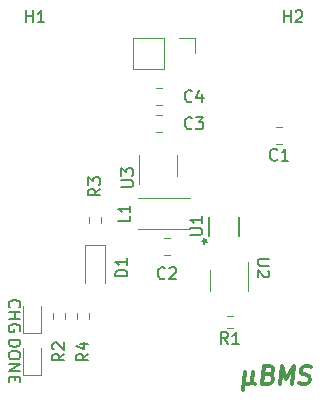
<source format=gbr>
%TF.GenerationSoftware,KiCad,Pcbnew,(5.1.9)-1*%
%TF.CreationDate,2021-06-15T19:58:51-04:00*%
%TF.ProjectId,uBMS,75424d53-2e6b-4696-9361-645f70636258,rev?*%
%TF.SameCoordinates,Original*%
%TF.FileFunction,Legend,Top*%
%TF.FilePolarity,Positive*%
%FSLAX46Y46*%
G04 Gerber Fmt 4.6, Leading zero omitted, Abs format (unit mm)*
G04 Created by KiCad (PCBNEW (5.1.9)-1) date 2021-06-15 19:58:51*
%MOMM*%
%LPD*%
G01*
G04 APERTURE LIST*
%ADD10C,0.300000*%
%ADD11C,0.120000*%
%ADD12C,0.152400*%
%ADD13C,0.150000*%
G04 APERTURE END LIST*
D10*
X96532928Y-99246571D02*
X96345428Y-100746571D01*
X97149000Y-100032285D02*
X97202571Y-100175142D01*
X97336500Y-100246571D01*
X96434714Y-100032285D02*
X96488285Y-100175142D01*
X96622214Y-100246571D01*
X96907928Y-100246571D01*
X97059714Y-100175142D01*
X97149000Y-100032285D01*
X97247214Y-99246571D01*
X98577571Y-99460857D02*
X98782928Y-99532285D01*
X98845428Y-99603714D01*
X98899000Y-99746571D01*
X98872214Y-99960857D01*
X98782928Y-100103714D01*
X98702571Y-100175142D01*
X98550785Y-100246571D01*
X97979357Y-100246571D01*
X98166857Y-98746571D01*
X98666857Y-98746571D01*
X98800785Y-98818000D01*
X98863285Y-98889428D01*
X98916857Y-99032285D01*
X98899000Y-99175142D01*
X98809714Y-99318000D01*
X98729357Y-99389428D01*
X98577571Y-99460857D01*
X98077571Y-99460857D01*
X99479357Y-100246571D02*
X99666857Y-98746571D01*
X100032928Y-99818000D01*
X100666857Y-98746571D01*
X100479357Y-100246571D01*
X101131142Y-100175142D02*
X101336500Y-100246571D01*
X101693642Y-100246571D01*
X101845428Y-100175142D01*
X101925785Y-100103714D01*
X102015071Y-99960857D01*
X102032928Y-99818000D01*
X101979357Y-99675142D01*
X101916857Y-99603714D01*
X101782928Y-99532285D01*
X101506142Y-99460857D01*
X101372214Y-99389428D01*
X101309714Y-99318000D01*
X101256142Y-99175142D01*
X101274000Y-99032285D01*
X101363285Y-98889428D01*
X101443642Y-98818000D01*
X101595428Y-98746571D01*
X101952571Y-98746571D01*
X102157928Y-98818000D01*
D11*
%TO.C,C2*%
X90177252Y-87911000D02*
X89654748Y-87911000D01*
X90177252Y-89381000D02*
X89654748Y-89381000D01*
%TO.C,R4*%
X83326500Y-94725258D02*
X83326500Y-94250742D01*
X82281500Y-94725258D02*
X82281500Y-94250742D01*
%TO.C,R2*%
X81294500Y-94725258D02*
X81294500Y-94250742D01*
X80249500Y-94725258D02*
X80249500Y-94250742D01*
%TO.C,DONE*%
X79221000Y-99529000D02*
X79221000Y-97244000D01*
X77751000Y-99529000D02*
X79221000Y-99529000D01*
X77751000Y-97244000D02*
X77751000Y-99529000D01*
%TO.C,CHG*%
X79221000Y-95973000D02*
X79221000Y-93688000D01*
X77751000Y-95973000D02*
X79221000Y-95973000D01*
X77751000Y-93688000D02*
X77751000Y-95973000D01*
%TO.C,U3*%
X87544000Y-80888000D02*
X87544000Y-83338000D01*
X90764000Y-82688000D02*
X90764000Y-80888000D01*
%TO.C,U2*%
X96794000Y-92424000D02*
X96794000Y-89974000D01*
X93574000Y-90624000D02*
X93574000Y-92424000D01*
D12*
%TO.C,U1*%
X93490000Y-86165301D02*
X93490000Y-87769301D01*
X95994000Y-87769301D02*
X95994000Y-86165301D01*
D11*
%TO.C,R3*%
X83297500Y-86122742D02*
X83297500Y-86597258D01*
X84342500Y-86122742D02*
X84342500Y-86597258D01*
%TO.C,R1*%
X95487258Y-94473500D02*
X95012742Y-94473500D01*
X95487258Y-95518500D02*
X95012742Y-95518500D01*
%TO.C,L1*%
X91862000Y-84552000D02*
X87462000Y-84552000D01*
X91862000Y-87152000D02*
X87462000Y-87152000D01*
%TO.C,W*%
X92262000Y-70933000D02*
X92262000Y-72263000D01*
X90932000Y-70933000D02*
X92262000Y-70933000D01*
X89662000Y-70933000D02*
X89662000Y-73593000D01*
X89662000Y-73593000D02*
X87062000Y-73593000D01*
X89662000Y-70933000D02*
X87062000Y-70933000D01*
X87062000Y-70933000D02*
X87062000Y-73593000D01*
%TO.C,D1*%
X84670000Y-88524000D02*
X84670000Y-91674000D01*
X82970000Y-88524000D02*
X82970000Y-91674000D01*
X84670000Y-88524000D02*
X82970000Y-88524000D01*
%TO.C,C4*%
X89484564Y-75211000D02*
X89030436Y-75211000D01*
X89484564Y-76681000D02*
X89030436Y-76681000D01*
%TO.C,C3*%
X89484564Y-77497000D02*
X89030436Y-77497000D01*
X89484564Y-78967000D02*
X89030436Y-78967000D01*
%TO.C,C1*%
X99644564Y-78513000D02*
X99190436Y-78513000D01*
X99644564Y-79983000D02*
X99190436Y-79983000D01*
%TO.C,C2*%
D13*
X89749333Y-91289142D02*
X89701714Y-91336761D01*
X89558857Y-91384380D01*
X89463619Y-91384380D01*
X89320761Y-91336761D01*
X89225523Y-91241523D01*
X89177904Y-91146285D01*
X89130285Y-90955809D01*
X89130285Y-90812952D01*
X89177904Y-90622476D01*
X89225523Y-90527238D01*
X89320761Y-90432000D01*
X89463619Y-90384380D01*
X89558857Y-90384380D01*
X89701714Y-90432000D01*
X89749333Y-90479619D01*
X90130285Y-90479619D02*
X90177904Y-90432000D01*
X90273142Y-90384380D01*
X90511238Y-90384380D01*
X90606476Y-90432000D01*
X90654095Y-90479619D01*
X90701714Y-90574857D01*
X90701714Y-90670095D01*
X90654095Y-90812952D01*
X90082666Y-91384380D01*
X90701714Y-91384380D01*
%TO.C,R4*%
X83256380Y-97702666D02*
X82780190Y-98036000D01*
X83256380Y-98274095D02*
X82256380Y-98274095D01*
X82256380Y-97893142D01*
X82304000Y-97797904D01*
X82351619Y-97750285D01*
X82446857Y-97702666D01*
X82589714Y-97702666D01*
X82684952Y-97750285D01*
X82732571Y-97797904D01*
X82780190Y-97893142D01*
X82780190Y-98274095D01*
X82589714Y-96845523D02*
X83256380Y-96845523D01*
X82208761Y-97083619D02*
X82923047Y-97321714D01*
X82923047Y-96702666D01*
%TO.C,R2*%
X81224380Y-97702666D02*
X80748190Y-98036000D01*
X81224380Y-98274095D02*
X80224380Y-98274095D01*
X80224380Y-97893142D01*
X80272000Y-97797904D01*
X80319619Y-97750285D01*
X80414857Y-97702666D01*
X80557714Y-97702666D01*
X80652952Y-97750285D01*
X80700571Y-97797904D01*
X80748190Y-97893142D01*
X80748190Y-98274095D01*
X80319619Y-97321714D02*
X80272000Y-97274095D01*
X80224380Y-97178857D01*
X80224380Y-96940761D01*
X80272000Y-96845523D01*
X80319619Y-96797904D01*
X80414857Y-96750285D01*
X80510095Y-96750285D01*
X80652952Y-96797904D01*
X81224380Y-97369333D01*
X81224380Y-96750285D01*
%TO.C,DONE*%
X76509619Y-96536095D02*
X77509619Y-96536095D01*
X77509619Y-96774190D01*
X77462000Y-96917047D01*
X77366761Y-97012285D01*
X77271523Y-97059904D01*
X77081047Y-97107523D01*
X76938190Y-97107523D01*
X76747714Y-97059904D01*
X76652476Y-97012285D01*
X76557238Y-96917047D01*
X76509619Y-96774190D01*
X76509619Y-96536095D01*
X77509619Y-97726571D02*
X77509619Y-97917047D01*
X77462000Y-98012285D01*
X77366761Y-98107523D01*
X77176285Y-98155142D01*
X76842952Y-98155142D01*
X76652476Y-98107523D01*
X76557238Y-98012285D01*
X76509619Y-97917047D01*
X76509619Y-97726571D01*
X76557238Y-97631333D01*
X76652476Y-97536095D01*
X76842952Y-97488476D01*
X77176285Y-97488476D01*
X77366761Y-97536095D01*
X77462000Y-97631333D01*
X77509619Y-97726571D01*
X76509619Y-98583714D02*
X77509619Y-98583714D01*
X76509619Y-99155142D01*
X77509619Y-99155142D01*
X77033428Y-99631333D02*
X77033428Y-99964666D01*
X76509619Y-100107523D02*
X76509619Y-99631333D01*
X77509619Y-99631333D01*
X77509619Y-100107523D01*
%TO.C,CHG*%
X76604857Y-93773714D02*
X76557238Y-93726095D01*
X76509619Y-93583238D01*
X76509619Y-93488000D01*
X76557238Y-93345142D01*
X76652476Y-93249904D01*
X76747714Y-93202285D01*
X76938190Y-93154666D01*
X77081047Y-93154666D01*
X77271523Y-93202285D01*
X77366761Y-93249904D01*
X77462000Y-93345142D01*
X77509619Y-93488000D01*
X77509619Y-93583238D01*
X77462000Y-93726095D01*
X77414380Y-93773714D01*
X76509619Y-94202285D02*
X77509619Y-94202285D01*
X77033428Y-94202285D02*
X77033428Y-94773714D01*
X76509619Y-94773714D02*
X77509619Y-94773714D01*
X77462000Y-95773714D02*
X77509619Y-95678476D01*
X77509619Y-95535619D01*
X77462000Y-95392761D01*
X77366761Y-95297523D01*
X77271523Y-95249904D01*
X77081047Y-95202285D01*
X76938190Y-95202285D01*
X76747714Y-95249904D01*
X76652476Y-95297523D01*
X76557238Y-95392761D01*
X76509619Y-95535619D01*
X76509619Y-95630857D01*
X76557238Y-95773714D01*
X76604857Y-95821333D01*
X76938190Y-95821333D01*
X76938190Y-95630857D01*
%TO.C,H1*%
X77978095Y-69642380D02*
X77978095Y-68642380D01*
X77978095Y-69118571D02*
X78549523Y-69118571D01*
X78549523Y-69642380D02*
X78549523Y-68642380D01*
X79549523Y-69642380D02*
X78978095Y-69642380D01*
X79263809Y-69642380D02*
X79263809Y-68642380D01*
X79168571Y-68785238D01*
X79073333Y-68880476D01*
X78978095Y-68928095D01*
%TO.C,U3*%
X86066380Y-83565904D02*
X86875904Y-83565904D01*
X86971142Y-83518285D01*
X87018761Y-83470666D01*
X87066380Y-83375428D01*
X87066380Y-83184952D01*
X87018761Y-83089714D01*
X86971142Y-83042095D01*
X86875904Y-82994476D01*
X86066380Y-82994476D01*
X86066380Y-82613523D02*
X86066380Y-81994476D01*
X86447333Y-82327809D01*
X86447333Y-82184952D01*
X86494952Y-82089714D01*
X86542571Y-82042095D01*
X86637809Y-81994476D01*
X86875904Y-81994476D01*
X86971142Y-82042095D01*
X87018761Y-82089714D01*
X87066380Y-82184952D01*
X87066380Y-82470666D01*
X87018761Y-82565904D01*
X86971142Y-82613523D01*
%TO.C,U2*%
X98591619Y-89662095D02*
X97782095Y-89662095D01*
X97686857Y-89709714D01*
X97639238Y-89757333D01*
X97591619Y-89852571D01*
X97591619Y-90043047D01*
X97639238Y-90138285D01*
X97686857Y-90185904D01*
X97782095Y-90233523D01*
X98591619Y-90233523D01*
X98496380Y-90662095D02*
X98544000Y-90709714D01*
X98591619Y-90804952D01*
X98591619Y-91043047D01*
X98544000Y-91138285D01*
X98496380Y-91185904D01*
X98401142Y-91233523D01*
X98305904Y-91233523D01*
X98163047Y-91185904D01*
X97591619Y-90614476D01*
X97591619Y-91233523D01*
%TO.C,U1*%
X91908380Y-87629904D02*
X92717904Y-87629904D01*
X92813142Y-87582285D01*
X92860761Y-87534666D01*
X92908380Y-87439428D01*
X92908380Y-87248952D01*
X92860761Y-87153714D01*
X92813142Y-87106095D01*
X92717904Y-87058476D01*
X91908380Y-87058476D01*
X92908380Y-86058476D02*
X92908380Y-86629904D01*
X92908380Y-86344190D02*
X91908380Y-86344190D01*
X92051238Y-86439428D01*
X92146476Y-86534666D01*
X92194095Y-86629904D01*
X92924380Y-88138000D02*
X93162476Y-88138000D01*
X93067238Y-88376095D02*
X93162476Y-88138000D01*
X93067238Y-87899904D01*
X93352952Y-88280857D02*
X93162476Y-88138000D01*
X93352952Y-87995142D01*
X92924380Y-88138000D02*
X93162476Y-88138000D01*
X93067238Y-88376095D02*
X93162476Y-88138000D01*
X93067238Y-87899904D01*
X93352952Y-88280857D02*
X93162476Y-88138000D01*
X93352952Y-87995142D01*
%TO.C,R3*%
X84272380Y-83732666D02*
X83796190Y-84066000D01*
X84272380Y-84304095D02*
X83272380Y-84304095D01*
X83272380Y-83923142D01*
X83320000Y-83827904D01*
X83367619Y-83780285D01*
X83462857Y-83732666D01*
X83605714Y-83732666D01*
X83700952Y-83780285D01*
X83748571Y-83827904D01*
X83796190Y-83923142D01*
X83796190Y-84304095D01*
X83272380Y-83399333D02*
X83272380Y-82780285D01*
X83653333Y-83113619D01*
X83653333Y-82970761D01*
X83700952Y-82875523D01*
X83748571Y-82827904D01*
X83843809Y-82780285D01*
X84081904Y-82780285D01*
X84177142Y-82827904D01*
X84224761Y-82875523D01*
X84272380Y-82970761D01*
X84272380Y-83256476D01*
X84224761Y-83351714D01*
X84177142Y-83399333D01*
%TO.C,R1*%
X95083333Y-96878380D02*
X94750000Y-96402190D01*
X94511904Y-96878380D02*
X94511904Y-95878380D01*
X94892857Y-95878380D01*
X94988095Y-95926000D01*
X95035714Y-95973619D01*
X95083333Y-96068857D01*
X95083333Y-96211714D01*
X95035714Y-96306952D01*
X94988095Y-96354571D01*
X94892857Y-96402190D01*
X94511904Y-96402190D01*
X96035714Y-96878380D02*
X95464285Y-96878380D01*
X95750000Y-96878380D02*
X95750000Y-95878380D01*
X95654761Y-96021238D01*
X95559523Y-96116476D01*
X95464285Y-96164095D01*
%TO.C,L1*%
X86812380Y-86018666D02*
X86812380Y-86494857D01*
X85812380Y-86494857D01*
X86812380Y-85161523D02*
X86812380Y-85732952D01*
X86812380Y-85447238D02*
X85812380Y-85447238D01*
X85955238Y-85542476D01*
X86050476Y-85637714D01*
X86098095Y-85732952D01*
%TO.C,H2*%
X99822095Y-69642380D02*
X99822095Y-68642380D01*
X99822095Y-69118571D02*
X100393523Y-69118571D01*
X100393523Y-69642380D02*
X100393523Y-68642380D01*
X100822095Y-68737619D02*
X100869714Y-68690000D01*
X100964952Y-68642380D01*
X101203047Y-68642380D01*
X101298285Y-68690000D01*
X101345904Y-68737619D01*
X101393523Y-68832857D01*
X101393523Y-68928095D01*
X101345904Y-69070952D01*
X100774476Y-69642380D01*
X101393523Y-69642380D01*
%TO.C,D1*%
X86558380Y-91162095D02*
X85558380Y-91162095D01*
X85558380Y-90924000D01*
X85606000Y-90781142D01*
X85701238Y-90685904D01*
X85796476Y-90638285D01*
X85986952Y-90590666D01*
X86129809Y-90590666D01*
X86320285Y-90638285D01*
X86415523Y-90685904D01*
X86510761Y-90781142D01*
X86558380Y-90924000D01*
X86558380Y-91162095D01*
X86558380Y-89638285D02*
X86558380Y-90209714D01*
X86558380Y-89924000D02*
X85558380Y-89924000D01*
X85701238Y-90019238D01*
X85796476Y-90114476D01*
X85844095Y-90209714D01*
%TO.C,C4*%
X92035333Y-76303142D02*
X91987714Y-76350761D01*
X91844857Y-76398380D01*
X91749619Y-76398380D01*
X91606761Y-76350761D01*
X91511523Y-76255523D01*
X91463904Y-76160285D01*
X91416285Y-75969809D01*
X91416285Y-75826952D01*
X91463904Y-75636476D01*
X91511523Y-75541238D01*
X91606761Y-75446000D01*
X91749619Y-75398380D01*
X91844857Y-75398380D01*
X91987714Y-75446000D01*
X92035333Y-75493619D01*
X92892476Y-75731714D02*
X92892476Y-76398380D01*
X92654380Y-75350761D02*
X92416285Y-76065047D01*
X93035333Y-76065047D01*
%TO.C,C3*%
X92035333Y-78589142D02*
X91987714Y-78636761D01*
X91844857Y-78684380D01*
X91749619Y-78684380D01*
X91606761Y-78636761D01*
X91511523Y-78541523D01*
X91463904Y-78446285D01*
X91416285Y-78255809D01*
X91416285Y-78112952D01*
X91463904Y-77922476D01*
X91511523Y-77827238D01*
X91606761Y-77732000D01*
X91749619Y-77684380D01*
X91844857Y-77684380D01*
X91987714Y-77732000D01*
X92035333Y-77779619D01*
X92368666Y-77684380D02*
X92987714Y-77684380D01*
X92654380Y-78065333D01*
X92797238Y-78065333D01*
X92892476Y-78112952D01*
X92940095Y-78160571D01*
X92987714Y-78255809D01*
X92987714Y-78493904D01*
X92940095Y-78589142D01*
X92892476Y-78636761D01*
X92797238Y-78684380D01*
X92511523Y-78684380D01*
X92416285Y-78636761D01*
X92368666Y-78589142D01*
%TO.C,C1*%
X99250833Y-81255142D02*
X99203214Y-81302761D01*
X99060357Y-81350380D01*
X98965119Y-81350380D01*
X98822261Y-81302761D01*
X98727023Y-81207523D01*
X98679404Y-81112285D01*
X98631785Y-80921809D01*
X98631785Y-80778952D01*
X98679404Y-80588476D01*
X98727023Y-80493238D01*
X98822261Y-80398000D01*
X98965119Y-80350380D01*
X99060357Y-80350380D01*
X99203214Y-80398000D01*
X99250833Y-80445619D01*
X100203214Y-81350380D02*
X99631785Y-81350380D01*
X99917500Y-81350380D02*
X99917500Y-80350380D01*
X99822261Y-80493238D01*
X99727023Y-80588476D01*
X99631785Y-80636095D01*
%TD*%
M02*

</source>
